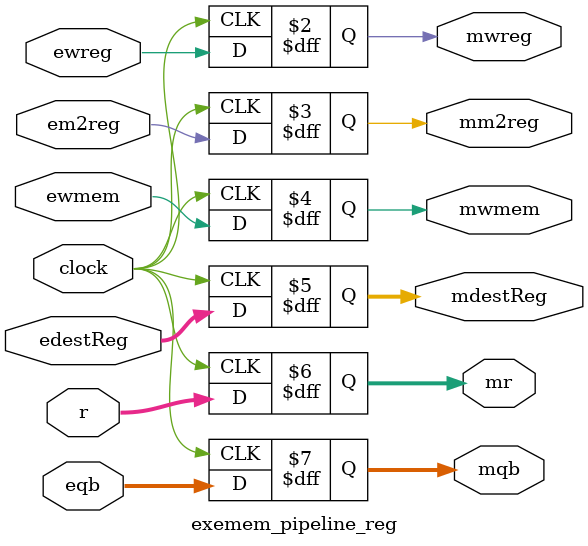
<source format=v>
`timescale 1ns / 1ps


module exemem_pipeline_reg(
    input wire ewreg,
    input wire em2reg,
    input wire ewmem,
    input wire [4:0] edestReg,
    input wire [31:0] r,
    input wire [31:0] eqb,
    input wire clock,
    output reg mwreg,
    output reg mm2reg,
    output reg mwmem,
    output reg [4:0] mdestReg,
    output reg [31:0] mr,
    output reg [31:0] mqb
);
    always @(posedge clock) begin
        mwreg <= ewreg;
        mm2reg <= em2reg;
        mwmem <= ewmem;
        mdestReg <= edestReg;
        mr <= r;
        mqb <= eqb;
    end
endmodule

</source>
